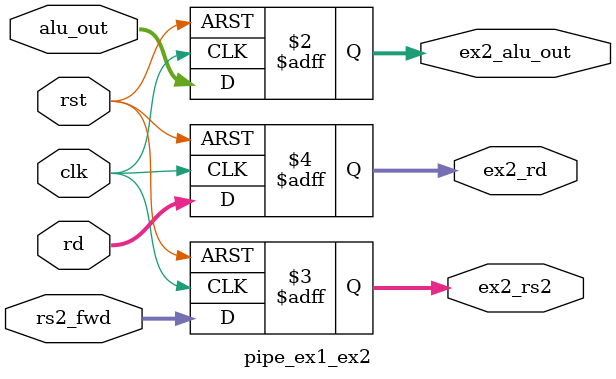
<source format=v>
module pipe_ex1_ex2 (
    input wire clk,
    input wire rst,

    input wire [15:0] alu_out,
    input wire [15:0] rs2_fwd,
    input wire [3:0] rd,

    output reg [15:0] ex2_alu_out,
    output reg [15:0] ex2_rs2,
    output reg [3:0] ex2_rd
);

    always @(posedge clk or posedge rst) begin
        if (rst) begin
            ex2_alu_out <= 16'd0;
            ex2_rs2 <= 16'd0;
            ex2_rd <= 4'd0;
        end 
        else begin
            ex2_alu_out <= alu_out;
            ex2_rs2 <= rs2_fwd;
            ex2_rd <= rd;
        end
    end
endmodule
</source>
